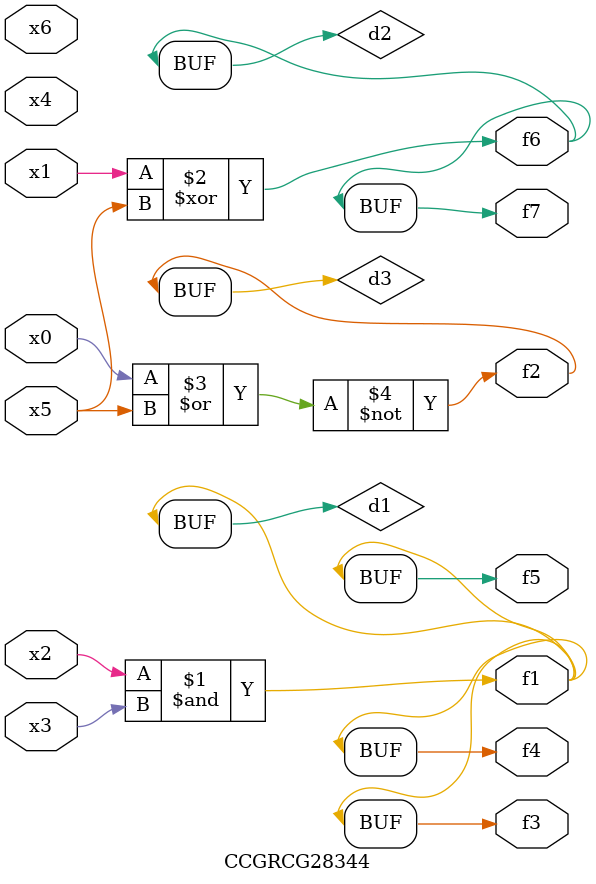
<source format=v>
module CCGRCG28344(
	input x0, x1, x2, x3, x4, x5, x6,
	output f1, f2, f3, f4, f5, f6, f7
);

	wire d1, d2, d3;

	and (d1, x2, x3);
	xor (d2, x1, x5);
	nor (d3, x0, x5);
	assign f1 = d1;
	assign f2 = d3;
	assign f3 = d1;
	assign f4 = d1;
	assign f5 = d1;
	assign f6 = d2;
	assign f7 = d2;
endmodule

</source>
